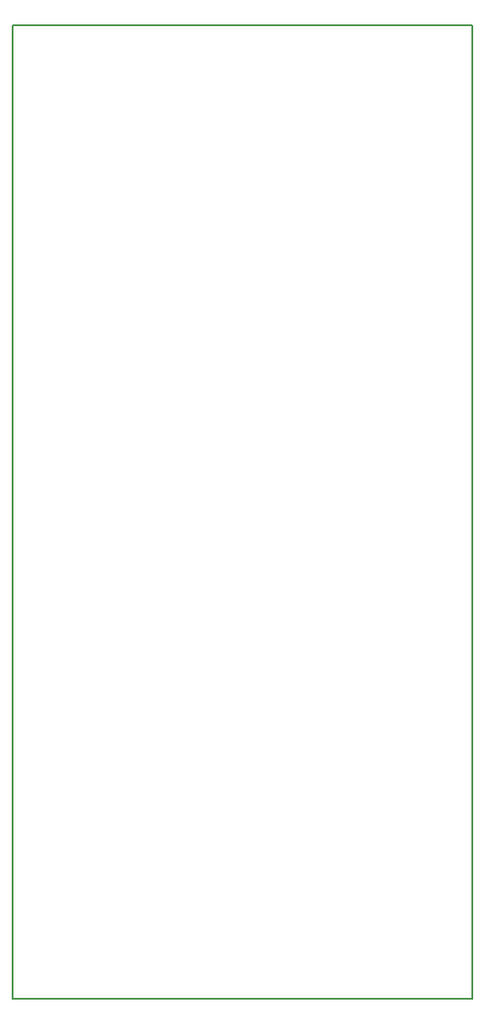
<source format=gbr>
G04 #@! TF.GenerationSoftware,KiCad,Pcbnew,5.0.2-bee76a0~70~ubuntu16.04.1*
G04 #@! TF.CreationDate,2020-12-04T16:37:09+01:00*
G04 #@! TF.ProjectId,STM32SCSISD,53544d33-3253-4435-9349-53442e6b6963,rev?*
G04 #@! TF.SameCoordinates,Original*
G04 #@! TF.FileFunction,Profile,NP*
%FSLAX46Y46*%
G04 Gerber Fmt 4.6, Leading zero omitted, Abs format (unit mm)*
G04 Created by KiCad (PCBNEW 5.0.2-bee76a0~70~ubuntu16.04.1) date fre  4 dec 2020 16:37:09*
%MOMM*%
%LPD*%
G01*
G04 APERTURE LIST*
%ADD10C,0.150000*%
G04 APERTURE END LIST*
D10*
X63500000Y-129540000D02*
X63500000Y-38100000D01*
X106680000Y-129540000D02*
X63500000Y-129540000D01*
X106680000Y-38100000D02*
X106680000Y-129540000D01*
X63500000Y-38100000D02*
X106680000Y-38100000D01*
M02*

</source>
